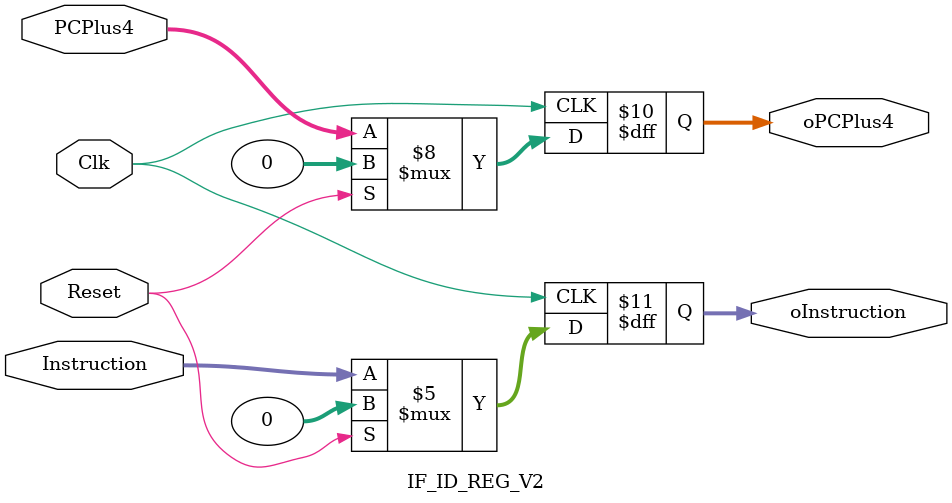
<source format=v>
`timescale 1ns / 1ps


module IF_ID_REG_V2(Clk, Reset,
                    PCPlus4, Instruction, 
                    oPCPlus4, oInstruction);
                    
input Clk, Reset;
input [31:0] PCPlus4, Instruction;

output reg [31:0] oPCPlus4, oInstruction;

initial begin
    oPCPlus4 = 32'b0;
    oInstruction = 32'b0;       
end          
         
always @(posedge Clk) begin
    if (Reset == 1) begin
    oPCPlus4 = 32'b0;
    oInstruction = 32'b0;   
    end
    else begin
    oPCPlus4 = PCPlus4;
    oInstruction = Instruction;
    end
end         
                       
endmodule

</source>
